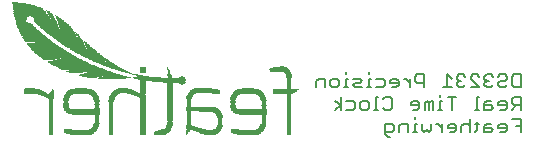
<source format=gbr>
G04 EAGLE Gerber RS-274X export*
G75*
%MOMM*%
%FSLAX34Y34*%
%LPD*%
%INSilkscreen Bottom*%
%IPPOS*%
%AMOC8*
5,1,8,0,0,1.08239X$1,22.5*%
G01*
%ADD10C,0.177800*%
%ADD11R,0.914400X0.025400*%
%ADD12R,0.508000X0.025400*%
%ADD13R,0.889000X0.025400*%
%ADD14R,0.406400X0.025400*%
%ADD15R,1.320800X0.025400*%
%ADD16R,0.736600X0.025400*%
%ADD17R,0.660400X0.025400*%
%ADD18R,1.346200X0.025400*%
%ADD19R,1.625600X0.025400*%
%ADD20R,0.939800X0.025400*%
%ADD21R,0.025400X0.025400*%
%ADD22R,0.863600X0.025400*%
%ADD23R,0.431800X0.025400*%
%ADD24R,1.600200X0.025400*%
%ADD25R,1.854200X0.025400*%
%ADD26R,1.066800X0.025400*%
%ADD27R,0.050800X0.025400*%
%ADD28R,1.828800X0.025400*%
%ADD29R,2.032000X0.025400*%
%ADD30R,1.219200X0.025400*%
%ADD31R,0.076200X0.025400*%
%ADD32R,0.990600X0.025400*%
%ADD33R,2.057400X0.025400*%
%ADD34R,2.209800X0.025400*%
%ADD35R,2.362200X0.025400*%
%ADD36R,1.447800X0.025400*%
%ADD37R,0.101600X0.025400*%
%ADD38R,1.092200X0.025400*%
%ADD39R,2.489200X0.025400*%
%ADD40R,1.574800X0.025400*%
%ADD41R,0.127000X0.025400*%
%ADD42R,1.143000X0.025400*%
%ADD43R,2.565400X0.025400*%
%ADD44R,1.676400X0.025400*%
%ADD45R,0.152400X0.025400*%
%ADD46R,1.168400X0.025400*%
%ADD47R,2.590800X0.025400*%
%ADD48R,1.752600X0.025400*%
%ADD49R,0.177800X0.025400*%
%ADD50R,1.193800X0.025400*%
%ADD51R,2.616200X0.025400*%
%ADD52R,0.203200X0.025400*%
%ADD53R,2.641600X0.025400*%
%ADD54R,1.930400X0.025400*%
%ADD55R,0.228600X0.025400*%
%ADD56R,1.244600X0.025400*%
%ADD57R,2.667000X0.025400*%
%ADD58R,0.254000X0.025400*%
%ADD59R,2.692400X0.025400*%
%ADD60R,2.108200X0.025400*%
%ADD61R,0.279400X0.025400*%
%ADD62R,2.717800X0.025400*%
%ADD63R,1.041400X0.025400*%
%ADD64R,2.743200X0.025400*%
%ADD65R,2.260600X0.025400*%
%ADD66R,0.304800X0.025400*%
%ADD67R,0.838200X0.025400*%
%ADD68R,0.685800X0.025400*%
%ADD69R,1.270000X0.025400*%
%ADD70R,0.330200X0.025400*%
%ADD71R,0.609600X0.025400*%
%ADD72R,0.355600X0.025400*%
%ADD73R,0.762000X0.025400*%
%ADD74R,0.635000X0.025400*%
%ADD75R,0.584200X0.025400*%
%ADD76R,0.381000X0.025400*%
%ADD77R,0.533400X0.025400*%
%ADD78R,0.558800X0.025400*%
%ADD79R,0.482600X0.025400*%
%ADD80R,1.117600X0.025400*%
%ADD81R,0.457200X0.025400*%
%ADD82R,0.787400X0.025400*%
%ADD83R,0.711200X0.025400*%
%ADD84R,2.413000X0.025400*%
%ADD85R,2.438400X0.025400*%
%ADD86R,2.540000X0.025400*%
%ADD87R,2.794000X0.025400*%
%ADD88R,2.819400X0.025400*%
%ADD89R,2.844800X0.025400*%
%ADD90R,2.870200X0.025400*%
%ADD91R,1.016000X0.025400*%
%ADD92R,2.895600X0.025400*%
%ADD93R,1.422400X0.025400*%
%ADD94R,2.921000X0.025400*%
%ADD95R,1.803400X0.025400*%
%ADD96R,2.946400X0.025400*%
%ADD97R,2.971800X0.025400*%
%ADD98R,2.997200X0.025400*%
%ADD99R,3.022600X0.025400*%
%ADD100R,2.768600X0.025400*%
%ADD101R,2.514600X0.025400*%
%ADD102R,2.336800X0.025400*%
%ADD103R,0.965200X0.025400*%
%ADD104R,0.812800X0.025400*%
%ADD105R,1.651000X0.025400*%
%ADD106R,1.701800X0.025400*%
%ADD107R,1.727200X0.025400*%
%ADD108R,2.159000X0.025400*%
%ADD109R,1.778000X0.025400*%
%ADD110R,2.082800X0.025400*%
%ADD111R,2.463800X0.025400*%
%ADD112R,2.006600X0.025400*%
%ADD113R,1.905000X0.025400*%
%ADD114R,2.286000X0.025400*%
%ADD115R,1.955800X0.025400*%
%ADD116R,2.235200X0.025400*%
%ADD117R,1.524000X0.025400*%
%ADD118R,1.981200X0.025400*%
%ADD119R,2.184400X0.025400*%
%ADD120R,1.473200X0.025400*%
%ADD121R,1.397000X0.025400*%
%ADD122R,2.387600X0.025400*%
%ADD123R,1.879600X0.025400*%
%ADD124R,1.295400X0.025400*%
%ADD125R,1.549400X0.025400*%
%ADD126R,1.371600X0.025400*%
%ADD127R,3.200400X0.025400*%
%ADD128R,3.378200X0.025400*%
%ADD129R,3.835400X0.025400*%
%ADD130R,3.987800X0.025400*%
%ADD131R,4.089400X0.025400*%
%ADD132R,4.216400X0.025400*%
%ADD133R,2.311400X0.025400*%
%ADD134R,3.225800X0.025400*%
%ADD135R,3.479800X0.025400*%
%ADD136R,3.454400X0.025400*%
%ADD137R,1.498600X0.025400*%
%ADD138R,3.429000X0.025400*%
%ADD139R,3.403600X0.025400*%
%ADD140R,3.352800X0.025400*%
%ADD141R,3.327400X0.025400*%
%ADD142R,3.302000X0.025400*%
%ADD143R,3.276600X0.025400*%
%ADD144R,3.251200X0.025400*%
%ADD145R,3.175000X0.025400*%
%ADD146R,2.133600X0.025400*%


D10*
X491871Y141360D02*
X491871Y130429D01*
X486405Y130429D01*
X484583Y132251D01*
X484583Y139538D01*
X486405Y141360D01*
X491871Y141360D01*
X474711Y141360D02*
X472890Y139538D01*
X474711Y141360D02*
X478355Y141360D01*
X480177Y139538D01*
X480177Y137717D01*
X478355Y135895D01*
X474711Y135895D01*
X472890Y134073D01*
X472890Y132251D01*
X474711Y130429D01*
X478355Y130429D01*
X480177Y132251D01*
X468483Y139538D02*
X466661Y141360D01*
X463017Y141360D01*
X461196Y139538D01*
X461196Y137717D01*
X463017Y135895D01*
X464839Y135895D01*
X463017Y135895D02*
X461196Y134073D01*
X461196Y132251D01*
X463017Y130429D01*
X466661Y130429D01*
X468483Y132251D01*
X456789Y130429D02*
X449502Y130429D01*
X456789Y130429D02*
X449502Y137717D01*
X449502Y139538D01*
X451323Y141360D01*
X454967Y141360D01*
X456789Y139538D01*
X445095Y139538D02*
X443273Y141360D01*
X439629Y141360D01*
X437808Y139538D01*
X437808Y137717D01*
X439629Y135895D01*
X441451Y135895D01*
X439629Y135895D02*
X437808Y134073D01*
X437808Y132251D01*
X439629Y130429D01*
X443273Y130429D01*
X445095Y132251D01*
X433401Y137717D02*
X429757Y141360D01*
X429757Y130429D01*
X426114Y130429D02*
X433401Y130429D01*
X410013Y130429D02*
X410013Y141360D01*
X404548Y141360D01*
X402726Y139538D01*
X402726Y135895D01*
X404548Y134073D01*
X410013Y134073D01*
X398319Y130429D02*
X398319Y137717D01*
X394676Y137717D02*
X398319Y134073D01*
X394676Y137717D02*
X392854Y137717D01*
X386752Y130429D02*
X383109Y130429D01*
X386752Y130429D02*
X388574Y132251D01*
X388574Y135895D01*
X386752Y137717D01*
X383109Y137717D01*
X381287Y135895D01*
X381287Y134073D01*
X388574Y134073D01*
X375058Y137717D02*
X369593Y137717D01*
X375058Y137717D02*
X376880Y135895D01*
X376880Y132251D01*
X375058Y130429D01*
X369593Y130429D01*
X365186Y137717D02*
X363364Y137717D01*
X363364Y130429D01*
X361543Y130429D02*
X365186Y130429D01*
X363364Y141360D02*
X363364Y143182D01*
X357390Y130429D02*
X351925Y130429D01*
X350103Y132251D01*
X351925Y134073D01*
X355569Y134073D01*
X357390Y135895D01*
X355569Y137717D01*
X350103Y137717D01*
X345696Y137717D02*
X343875Y137717D01*
X343875Y130429D01*
X345696Y130429D02*
X342053Y130429D01*
X343875Y141360D02*
X343875Y143182D01*
X336079Y130429D02*
X332435Y130429D01*
X330613Y132251D01*
X330613Y135895D01*
X332435Y137717D01*
X336079Y137717D01*
X337900Y135895D01*
X337900Y132251D01*
X336079Y130429D01*
X326206Y130429D02*
X326206Y137717D01*
X320741Y137717D01*
X318919Y135895D01*
X318919Y130429D01*
X491871Y122310D02*
X491871Y111379D01*
X491871Y122310D02*
X486405Y122310D01*
X484583Y120488D01*
X484583Y116845D01*
X486405Y115023D01*
X491871Y115023D01*
X488227Y115023D02*
X484583Y111379D01*
X478355Y111379D02*
X474711Y111379D01*
X478355Y111379D02*
X480177Y113201D01*
X480177Y116845D01*
X478355Y118667D01*
X474711Y118667D01*
X472890Y116845D01*
X472890Y115023D01*
X480177Y115023D01*
X466661Y118667D02*
X463017Y118667D01*
X461196Y116845D01*
X461196Y111379D01*
X466661Y111379D01*
X468483Y113201D01*
X466661Y115023D01*
X461196Y115023D01*
X456789Y122310D02*
X454967Y122310D01*
X454967Y111379D01*
X456789Y111379D02*
X453145Y111379D01*
X433655Y111379D02*
X433655Y122310D01*
X430012Y122310D02*
X437299Y122310D01*
X425605Y118667D02*
X423783Y118667D01*
X423783Y111379D01*
X425605Y111379D02*
X421961Y111379D01*
X423783Y122310D02*
X423783Y124132D01*
X417809Y118667D02*
X417809Y111379D01*
X417809Y118667D02*
X415987Y118667D01*
X414165Y116845D01*
X414165Y111379D01*
X414165Y116845D02*
X412344Y118667D01*
X410522Y116845D01*
X410522Y111379D01*
X404293Y111379D02*
X400650Y111379D01*
X404293Y111379D02*
X406115Y113201D01*
X406115Y116845D01*
X404293Y118667D01*
X400650Y118667D01*
X398828Y116845D01*
X398828Y115023D01*
X406115Y115023D01*
X377262Y122310D02*
X375440Y120488D01*
X377262Y122310D02*
X380905Y122310D01*
X382727Y120488D01*
X382727Y113201D01*
X380905Y111379D01*
X377262Y111379D01*
X375440Y113201D01*
X371033Y122310D02*
X369211Y122310D01*
X369211Y111379D01*
X367390Y111379D02*
X371033Y111379D01*
X361416Y111379D02*
X357772Y111379D01*
X355950Y113201D01*
X355950Y116845D01*
X357772Y118667D01*
X361416Y118667D01*
X363237Y116845D01*
X363237Y113201D01*
X361416Y111379D01*
X349722Y118667D02*
X344256Y118667D01*
X349722Y118667D02*
X351543Y116845D01*
X351543Y113201D01*
X349722Y111379D01*
X344256Y111379D01*
X339849Y111379D02*
X339849Y122310D01*
X339849Y115023D02*
X334384Y111379D01*
X339849Y115023D02*
X334384Y118667D01*
X491871Y103260D02*
X491871Y92329D01*
X491871Y103260D02*
X484583Y103260D01*
X488227Y97795D02*
X491871Y97795D01*
X478355Y92329D02*
X474711Y92329D01*
X478355Y92329D02*
X480177Y94151D01*
X480177Y97795D01*
X478355Y99617D01*
X474711Y99617D01*
X472890Y97795D01*
X472890Y95973D01*
X480177Y95973D01*
X466661Y99617D02*
X463017Y99617D01*
X461196Y97795D01*
X461196Y92329D01*
X466661Y92329D01*
X468483Y94151D01*
X466661Y95973D01*
X461196Y95973D01*
X454967Y94151D02*
X454967Y101438D01*
X454967Y94151D02*
X453145Y92329D01*
X453145Y99617D02*
X456789Y99617D01*
X448993Y103260D02*
X448993Y92329D01*
X448993Y97795D02*
X447171Y99617D01*
X443527Y99617D01*
X441706Y97795D01*
X441706Y92329D01*
X435477Y92329D02*
X431834Y92329D01*
X435477Y92329D02*
X437299Y94151D01*
X437299Y97795D01*
X435477Y99617D01*
X431834Y99617D01*
X430012Y97795D01*
X430012Y95973D01*
X437299Y95973D01*
X425605Y92329D02*
X425605Y99617D01*
X425605Y95973D02*
X421961Y99617D01*
X420140Y99617D01*
X415860Y99617D02*
X415860Y94151D01*
X414038Y92329D01*
X412216Y94151D01*
X410395Y92329D01*
X408573Y94151D01*
X408573Y99617D01*
X404166Y99617D02*
X402344Y99617D01*
X402344Y92329D01*
X400523Y92329D02*
X404166Y92329D01*
X402344Y103260D02*
X402344Y105082D01*
X396370Y99617D02*
X396370Y92329D01*
X396370Y99617D02*
X390905Y99617D01*
X389083Y97795D01*
X389083Y92329D01*
X381033Y88685D02*
X379211Y88685D01*
X377389Y90507D01*
X377389Y99617D01*
X382854Y99617D01*
X384676Y97795D01*
X384676Y94151D01*
X382854Y92329D01*
X377389Y92329D01*
D11*
X262509Y89662D03*
D12*
X229489Y89662D03*
D13*
X121158Y89662D03*
D14*
X296037Y89916D03*
D15*
X261747Y89916D03*
D16*
X229362Y89916D03*
D17*
X185547Y89916D03*
D14*
X172085Y89916D03*
X145161Y89916D03*
D18*
X120396Y89916D03*
D14*
X94361Y89916D03*
X296037Y90170D03*
D19*
X261239Y90170D03*
D20*
X229108Y90170D03*
D21*
X209042Y90170D03*
D22*
X186309Y90170D03*
D23*
X171958Y90170D03*
D14*
X145161Y90170D03*
D24*
X119888Y90170D03*
D14*
X94361Y90170D03*
X296037Y90424D03*
D25*
X260858Y90424D03*
D26*
X228981Y90424D03*
D27*
X209169Y90424D03*
D20*
X186690Y90424D03*
D23*
X171958Y90424D03*
D14*
X145161Y90424D03*
D28*
X119507Y90424D03*
D14*
X94361Y90424D03*
X296037Y90678D03*
D29*
X260477Y90678D03*
D30*
X228727Y90678D03*
D31*
X209296Y90678D03*
D32*
X186944Y90678D03*
D23*
X171958Y90678D03*
D14*
X145161Y90678D03*
D33*
X119126Y90678D03*
D14*
X94361Y90678D03*
X296037Y90932D03*
D34*
X260096Y90932D03*
D18*
X228600Y90932D03*
D31*
X209296Y90932D03*
D26*
X187325Y90932D03*
D23*
X171958Y90932D03*
D14*
X145161Y90932D03*
D34*
X118872Y90932D03*
D14*
X94361Y90932D03*
X296037Y91186D03*
D35*
X259842Y91186D03*
D36*
X228346Y91186D03*
D37*
X209423Y91186D03*
D38*
X187452Y91186D03*
D23*
X171958Y91186D03*
D14*
X145161Y91186D03*
D35*
X118618Y91186D03*
D14*
X94361Y91186D03*
X296037Y91440D03*
D39*
X259715Y91440D03*
D40*
X228219Y91440D03*
D41*
X209550Y91440D03*
D42*
X187706Y91440D03*
D23*
X171958Y91440D03*
D14*
X145161Y91440D03*
D39*
X118237Y91440D03*
D14*
X94361Y91440D03*
X296037Y91694D03*
D43*
X259588Y91694D03*
D44*
X227965Y91694D03*
D45*
X209677Y91694D03*
D46*
X187833Y91694D03*
D23*
X171958Y91694D03*
D14*
X145161Y91694D03*
D43*
X118110Y91694D03*
D14*
X94361Y91694D03*
X296037Y91948D03*
D47*
X259715Y91948D03*
D48*
X227838Y91948D03*
D49*
X209804Y91948D03*
D50*
X187960Y91948D03*
D23*
X171958Y91948D03*
D14*
X145161Y91948D03*
D51*
X118364Y91948D03*
D14*
X94361Y91948D03*
X296037Y92202D03*
D51*
X259842Y92202D03*
D25*
X227584Y92202D03*
D52*
X209931Y92202D03*
D30*
X188087Y92202D03*
D23*
X171958Y92202D03*
D14*
X145161Y92202D03*
D53*
X118491Y92202D03*
D14*
X94361Y92202D03*
X296037Y92456D03*
D53*
X259969Y92456D03*
D54*
X227457Y92456D03*
D55*
X210058Y92456D03*
D56*
X188214Y92456D03*
D23*
X171958Y92456D03*
D14*
X145161Y92456D03*
D57*
X118618Y92456D03*
D14*
X94361Y92456D03*
X296037Y92710D03*
D57*
X260096Y92710D03*
D29*
X227203Y92710D03*
D58*
X210185Y92710D03*
D56*
X188468Y92710D03*
D23*
X171958Y92710D03*
D14*
X145161Y92710D03*
D59*
X118745Y92710D03*
D14*
X94361Y92710D03*
X296037Y92964D03*
D59*
X260223Y92964D03*
D60*
X227076Y92964D03*
D61*
X210312Y92964D03*
D46*
X189103Y92964D03*
D23*
X171958Y92964D03*
D14*
X145161Y92964D03*
D59*
X118745Y92964D03*
D14*
X94361Y92964D03*
X296037Y93218D03*
D62*
X260350Y93218D03*
D34*
X226822Y93218D03*
D61*
X210312Y93218D03*
D63*
X189738Y93218D03*
D23*
X171958Y93218D03*
D14*
X145161Y93218D03*
D62*
X118872Y93218D03*
D14*
X94361Y93218D03*
X296037Y93472D03*
D64*
X260477Y93472D03*
D65*
X226568Y93472D03*
D66*
X210439Y93472D03*
D20*
X190500Y93472D03*
D23*
X171958Y93472D03*
D14*
X145161Y93472D03*
D64*
X118999Y93472D03*
D14*
X94361Y93472D03*
X296037Y93726D03*
D67*
X270002Y93726D03*
D42*
X252476Y93726D03*
D68*
X234696Y93726D03*
D69*
X221107Y93726D03*
D70*
X210566Y93726D03*
D22*
X191135Y93726D03*
D23*
X171958Y93726D03*
D14*
X145161Y93726D03*
D67*
X128778Y93726D03*
D46*
X111125Y93726D03*
D14*
X94361Y93726D03*
X296037Y93980D03*
D68*
X271018Y93980D03*
D71*
X249809Y93980D03*
X235077Y93980D03*
D42*
X219964Y93980D03*
D72*
X210693Y93980D03*
D73*
X191643Y93980D03*
D23*
X171958Y93980D03*
D14*
X145161Y93980D03*
D68*
X129540Y93980D03*
D71*
X108331Y93980D03*
D14*
X94361Y93980D03*
X296037Y94234D03*
D74*
X271526Y94234D03*
D66*
X248285Y94234D03*
D75*
X235458Y94234D03*
D26*
X219075Y94234D03*
D76*
X210820Y94234D03*
D17*
X192405Y94234D03*
D23*
X171958Y94234D03*
D14*
X145161Y94234D03*
D74*
X130048Y94234D03*
D70*
X106934Y94234D03*
D14*
X94361Y94234D03*
X296037Y94488D03*
D75*
X271780Y94488D03*
D37*
X247269Y94488D03*
D77*
X235712Y94488D03*
D32*
X218186Y94488D03*
D14*
X210947Y94488D03*
D71*
X192659Y94488D03*
D23*
X171958Y94488D03*
D14*
X145161Y94488D03*
D75*
X130302Y94488D03*
D37*
X105791Y94488D03*
D14*
X94361Y94488D03*
X296037Y94742D03*
D78*
X272161Y94742D03*
D12*
X236093Y94742D03*
D15*
X215519Y94742D03*
D75*
X193040Y94742D03*
D23*
X171958Y94742D03*
D14*
X145161Y94742D03*
D78*
X130683Y94742D03*
D14*
X94361Y94742D03*
X296037Y94996D03*
D77*
X272288Y94996D03*
D79*
X236220Y94996D03*
D30*
X215011Y94996D03*
D77*
X193294Y94996D03*
D23*
X171958Y94996D03*
D14*
X145161Y94996D03*
D12*
X130937Y94996D03*
D14*
X94361Y94996D03*
X296037Y95250D03*
D77*
X272542Y95250D03*
D79*
X236474Y95250D03*
D80*
X214503Y95250D03*
D77*
X193548Y95250D03*
D23*
X171958Y95250D03*
D14*
X145161Y95250D03*
D12*
X131191Y95250D03*
D14*
X94361Y95250D03*
X296037Y95504D03*
D12*
X272669Y95504D03*
D79*
X236474Y95504D03*
D63*
X214122Y95504D03*
D12*
X193675Y95504D03*
D23*
X171958Y95504D03*
D14*
X145161Y95504D03*
D79*
X131318Y95504D03*
D14*
X94361Y95504D03*
X296037Y95758D03*
D79*
X272796Y95758D03*
D81*
X236601Y95758D03*
D20*
X213614Y95758D03*
D79*
X193802Y95758D03*
D23*
X171958Y95758D03*
D14*
X145161Y95758D03*
D79*
X131572Y95758D03*
D14*
X94361Y95758D03*
X296037Y96012D03*
D79*
X273050Y96012D03*
D81*
X236855Y96012D03*
D22*
X213233Y96012D03*
D79*
X194056Y96012D03*
D23*
X171958Y96012D03*
D14*
X145161Y96012D03*
D81*
X131699Y96012D03*
D14*
X94361Y96012D03*
X296037Y96266D03*
D81*
X273177Y96266D03*
X236855Y96266D03*
D82*
X212852Y96266D03*
D81*
X194183Y96266D03*
D23*
X171958Y96266D03*
D14*
X145161Y96266D03*
D81*
X131699Y96266D03*
D14*
X94361Y96266D03*
X296037Y96520D03*
D23*
X273304Y96520D03*
X236982Y96520D03*
D83*
X212471Y96520D03*
D81*
X194183Y96520D03*
D23*
X171958Y96520D03*
D14*
X145161Y96520D03*
D81*
X131953Y96520D03*
D14*
X94361Y96520D03*
X296037Y96774D03*
D81*
X273431Y96774D03*
D23*
X236982Y96774D03*
D74*
X212090Y96774D03*
D81*
X194437Y96774D03*
D23*
X171958Y96774D03*
D14*
X145161Y96774D03*
D23*
X132080Y96774D03*
D14*
X94361Y96774D03*
X296037Y97028D03*
D23*
X273558Y97028D03*
X237236Y97028D03*
D78*
X211709Y97028D03*
D81*
X194437Y97028D03*
D23*
X171958Y97028D03*
D14*
X145161Y97028D03*
D23*
X132080Y97028D03*
D14*
X94361Y97028D03*
X296037Y97282D03*
D23*
X273558Y97282D03*
X237236Y97282D03*
D79*
X211328Y97282D03*
D23*
X194564Y97282D03*
X171958Y97282D03*
D14*
X145161Y97282D03*
D23*
X132334Y97282D03*
D14*
X94361Y97282D03*
X296037Y97536D03*
D23*
X273812Y97536D03*
X237236Y97536D03*
D14*
X210947Y97536D03*
D23*
X194564Y97536D03*
X171958Y97536D03*
D14*
X145161Y97536D03*
D23*
X132334Y97536D03*
D14*
X94361Y97536D03*
X296037Y97790D03*
D23*
X273812Y97790D03*
X237236Y97790D03*
D14*
X210947Y97790D03*
D81*
X194691Y97790D03*
D23*
X171958Y97790D03*
D14*
X145161Y97790D03*
X132461Y97790D03*
X94361Y97790D03*
X296037Y98044D03*
X273939Y98044D03*
X237363Y98044D03*
X210947Y98044D03*
D23*
X194818Y98044D03*
X171958Y98044D03*
D14*
X145161Y98044D03*
D23*
X132588Y98044D03*
D14*
X94361Y98044D03*
X296037Y98298D03*
X273939Y98298D03*
X237363Y98298D03*
X210947Y98298D03*
D23*
X194818Y98298D03*
X171958Y98298D03*
D14*
X145161Y98298D03*
D23*
X132588Y98298D03*
D14*
X94361Y98298D03*
X296037Y98552D03*
D23*
X274066Y98552D03*
D14*
X237363Y98552D03*
X210947Y98552D03*
D23*
X194818Y98552D03*
X171958Y98552D03*
D14*
X145161Y98552D03*
X132715Y98552D03*
X94361Y98552D03*
X296037Y98806D03*
X274193Y98806D03*
X237363Y98806D03*
X210947Y98806D03*
X194945Y98806D03*
D23*
X171958Y98806D03*
D14*
X145161Y98806D03*
X132715Y98806D03*
X94361Y98806D03*
X296037Y99060D03*
X274193Y99060D03*
X237363Y99060D03*
X210947Y99060D03*
X194945Y99060D03*
D23*
X171958Y99060D03*
D14*
X145161Y99060D03*
X132715Y99060D03*
X94361Y99060D03*
X296037Y99314D03*
X274193Y99314D03*
X237363Y99314D03*
X210947Y99314D03*
D23*
X195072Y99314D03*
X171958Y99314D03*
D14*
X145161Y99314D03*
D23*
X132842Y99314D03*
D14*
X94361Y99314D03*
X296037Y99568D03*
X274193Y99568D03*
X237363Y99568D03*
X210947Y99568D03*
D23*
X195072Y99568D03*
X171958Y99568D03*
D14*
X145161Y99568D03*
X132969Y99568D03*
X94361Y99568D03*
X296037Y99822D03*
X274447Y99822D03*
X237363Y99822D03*
X210947Y99822D03*
D23*
X195072Y99822D03*
X171958Y99822D03*
D14*
X145161Y99822D03*
X132969Y99822D03*
X94361Y99822D03*
X296037Y100076D03*
X274447Y100076D03*
X237363Y100076D03*
X210947Y100076D03*
D23*
X195072Y100076D03*
X171958Y100076D03*
D14*
X145161Y100076D03*
X132969Y100076D03*
X94361Y100076D03*
X296037Y100330D03*
X274447Y100330D03*
X237363Y100330D03*
X210947Y100330D03*
X195199Y100330D03*
D23*
X171958Y100330D03*
D14*
X145161Y100330D03*
X132969Y100330D03*
X94361Y100330D03*
X296037Y100584D03*
X274447Y100584D03*
X237363Y100584D03*
X210947Y100584D03*
X195199Y100584D03*
D23*
X171958Y100584D03*
D14*
X145161Y100584D03*
X133223Y100584D03*
X94361Y100584D03*
X296037Y100838D03*
X274447Y100838D03*
X237363Y100838D03*
X210947Y100838D03*
X195199Y100838D03*
D23*
X171958Y100838D03*
D14*
X145161Y100838D03*
X133223Y100838D03*
X94361Y100838D03*
X296037Y101092D03*
X274447Y101092D03*
X237363Y101092D03*
X210947Y101092D03*
X195199Y101092D03*
D23*
X171958Y101092D03*
D14*
X145161Y101092D03*
X133223Y101092D03*
X94361Y101092D03*
X296037Y101346D03*
X274701Y101346D03*
X237363Y101346D03*
X210947Y101346D03*
X195199Y101346D03*
D23*
X171958Y101346D03*
D14*
X145161Y101346D03*
X133223Y101346D03*
X94361Y101346D03*
X296037Y101600D03*
X274701Y101600D03*
X237363Y101600D03*
X210947Y101600D03*
D23*
X195326Y101600D03*
X171958Y101600D03*
D14*
X145161Y101600D03*
X133223Y101600D03*
X94361Y101600D03*
X296037Y101854D03*
X274701Y101854D03*
X237363Y101854D03*
X210947Y101854D03*
D23*
X195326Y101854D03*
X171958Y101854D03*
D14*
X145161Y101854D03*
X133223Y101854D03*
X94361Y101854D03*
X296037Y102108D03*
X274701Y102108D03*
X237363Y102108D03*
X210947Y102108D03*
D23*
X195326Y102108D03*
X171958Y102108D03*
D14*
X145161Y102108D03*
X133223Y102108D03*
X94361Y102108D03*
X296037Y102362D03*
X274701Y102362D03*
X237363Y102362D03*
X210947Y102362D03*
D23*
X195326Y102362D03*
X171958Y102362D03*
D14*
X145161Y102362D03*
X133223Y102362D03*
X94361Y102362D03*
X296037Y102616D03*
X274701Y102616D03*
X237363Y102616D03*
X210947Y102616D03*
D23*
X195326Y102616D03*
X171958Y102616D03*
D14*
X145161Y102616D03*
X133477Y102616D03*
X94361Y102616D03*
X296037Y102870D03*
X274701Y102870D03*
X237363Y102870D03*
X210947Y102870D03*
D23*
X195326Y102870D03*
X171958Y102870D03*
D14*
X145161Y102870D03*
X133477Y102870D03*
X94361Y102870D03*
X296037Y103124D03*
X274701Y103124D03*
X237363Y103124D03*
X210947Y103124D03*
D23*
X195326Y103124D03*
X171958Y103124D03*
D14*
X145161Y103124D03*
X133477Y103124D03*
X94361Y103124D03*
X296037Y103378D03*
X274701Y103378D03*
X237363Y103378D03*
X210947Y103378D03*
D23*
X195326Y103378D03*
X171958Y103378D03*
D14*
X145161Y103378D03*
X133477Y103378D03*
X94361Y103378D03*
X296037Y103632D03*
X274701Y103632D03*
X237363Y103632D03*
X210947Y103632D03*
D23*
X195326Y103632D03*
X171958Y103632D03*
D14*
X145161Y103632D03*
X133477Y103632D03*
X94361Y103632D03*
X296037Y103886D03*
X274955Y103886D03*
X237363Y103886D03*
X210947Y103886D03*
D23*
X195326Y103886D03*
X171958Y103886D03*
D14*
X145161Y103886D03*
X133477Y103886D03*
X94361Y103886D03*
X296037Y104140D03*
X274955Y104140D03*
X237363Y104140D03*
X210947Y104140D03*
D23*
X195326Y104140D03*
X171958Y104140D03*
D14*
X145161Y104140D03*
X133477Y104140D03*
X94361Y104140D03*
X296037Y104394D03*
X274955Y104394D03*
X237363Y104394D03*
X210947Y104394D03*
D23*
X195326Y104394D03*
X171958Y104394D03*
D14*
X145161Y104394D03*
X133477Y104394D03*
X94361Y104394D03*
X296037Y104648D03*
X274955Y104648D03*
D23*
X237236Y104648D03*
D14*
X210947Y104648D03*
D23*
X195326Y104648D03*
X171958Y104648D03*
D14*
X145161Y104648D03*
X133477Y104648D03*
X94361Y104648D03*
X296037Y104902D03*
X274955Y104902D03*
D23*
X237236Y104902D03*
D14*
X210947Y104902D03*
D23*
X195326Y104902D03*
X171958Y104902D03*
D14*
X145161Y104902D03*
X133477Y104902D03*
X94361Y104902D03*
X296037Y105156D03*
X274955Y105156D03*
D23*
X237236Y105156D03*
D14*
X210947Y105156D03*
D23*
X195326Y105156D03*
X171958Y105156D03*
D14*
X145161Y105156D03*
X133477Y105156D03*
X94361Y105156D03*
X296037Y105410D03*
X274955Y105410D03*
D23*
X237236Y105410D03*
D14*
X210947Y105410D03*
D23*
X195326Y105410D03*
X171958Y105410D03*
D14*
X145161Y105410D03*
X133477Y105410D03*
X94361Y105410D03*
X296037Y105664D03*
X274955Y105664D03*
D81*
X237109Y105664D03*
D14*
X210947Y105664D03*
D23*
X195326Y105664D03*
X171958Y105664D03*
D14*
X145161Y105664D03*
X133477Y105664D03*
X94361Y105664D03*
X296037Y105918D03*
X274955Y105918D03*
D23*
X236982Y105918D03*
D14*
X210947Y105918D03*
D23*
X195326Y105918D03*
X171958Y105918D03*
D14*
X145161Y105918D03*
X133477Y105918D03*
X94361Y105918D03*
X296037Y106172D03*
X274955Y106172D03*
D23*
X236982Y106172D03*
D14*
X210947Y106172D03*
D23*
X195326Y106172D03*
X171958Y106172D03*
D14*
X145161Y106172D03*
X133477Y106172D03*
X94361Y106172D03*
X296037Y106426D03*
X274955Y106426D03*
D81*
X236855Y106426D03*
D14*
X210947Y106426D03*
D23*
X195326Y106426D03*
X171958Y106426D03*
D14*
X145161Y106426D03*
X133477Y106426D03*
X94361Y106426D03*
X296037Y106680D03*
X274955Y106680D03*
D79*
X236728Y106680D03*
D14*
X210947Y106680D03*
D23*
X195326Y106680D03*
X171958Y106680D03*
D14*
X145161Y106680D03*
X133477Y106680D03*
X94361Y106680D03*
X296037Y106934D03*
X274955Y106934D03*
D81*
X236601Y106934D03*
D14*
X210947Y106934D03*
D23*
X195326Y106934D03*
X171958Y106934D03*
D14*
X145161Y106934D03*
D23*
X133604Y106934D03*
D14*
X94361Y106934D03*
X296037Y107188D03*
D84*
X264922Y107188D03*
D79*
X236474Y107188D03*
D14*
X210947Y107188D03*
D23*
X195326Y107188D03*
X171958Y107188D03*
D14*
X145161Y107188D03*
D85*
X123571Y107188D03*
D14*
X94361Y107188D03*
X296037Y107442D03*
D86*
X264287Y107442D03*
D12*
X236347Y107442D03*
D14*
X210947Y107442D03*
D23*
X195326Y107442D03*
X171958Y107442D03*
D14*
X145161Y107442D03*
D86*
X123063Y107442D03*
D14*
X94361Y107442D03*
X296037Y107696D03*
D51*
X263906Y107696D03*
D12*
X236093Y107696D03*
D14*
X210947Y107696D03*
D23*
X195326Y107696D03*
X171958Y107696D03*
D14*
X145161Y107696D03*
D53*
X122555Y107696D03*
D14*
X94361Y107696D03*
X296037Y107950D03*
D59*
X263525Y107950D03*
D77*
X235966Y107950D03*
D14*
X210947Y107950D03*
D23*
X195326Y107950D03*
X171958Y107950D03*
D14*
X145161Y107950D03*
D59*
X122301Y107950D03*
D14*
X94361Y107950D03*
X296037Y108204D03*
D64*
X263271Y108204D03*
D75*
X235712Y108204D03*
D14*
X210947Y108204D03*
D23*
X195326Y108204D03*
X171958Y108204D03*
D14*
X145161Y108204D03*
D64*
X122047Y108204D03*
D14*
X94361Y108204D03*
X296037Y108458D03*
D87*
X263017Y108458D03*
D75*
X235458Y108458D03*
D14*
X210947Y108458D03*
D23*
X195326Y108458D03*
X171958Y108458D03*
D14*
X145161Y108458D03*
D87*
X121793Y108458D03*
D14*
X94361Y108458D03*
X296037Y108712D03*
D88*
X262890Y108712D03*
D17*
X235077Y108712D03*
D14*
X210947Y108712D03*
D23*
X195326Y108712D03*
X171958Y108712D03*
D14*
X145161Y108712D03*
D89*
X121539Y108712D03*
D14*
X94361Y108712D03*
X296037Y108966D03*
D89*
X262763Y108966D03*
D16*
X234442Y108966D03*
D14*
X210947Y108966D03*
D23*
X195326Y108966D03*
X171958Y108966D03*
D14*
X145161Y108966D03*
D90*
X121412Y108966D03*
D14*
X94361Y108966D03*
X296037Y109220D03*
D90*
X262636Y109220D03*
D91*
X232791Y109220D03*
D14*
X210947Y109220D03*
D23*
X195326Y109220D03*
X171958Y109220D03*
D14*
X145161Y109220D03*
D92*
X121285Y109220D03*
D14*
X94361Y109220D03*
X296037Y109474D03*
D92*
X262509Y109474D03*
D93*
X230759Y109474D03*
D14*
X210947Y109474D03*
D23*
X195326Y109474D03*
X171958Y109474D03*
D14*
X145161Y109474D03*
D94*
X121158Y109474D03*
D14*
X94361Y109474D03*
X296037Y109728D03*
D94*
X262382Y109728D03*
D95*
X228600Y109728D03*
D14*
X210947Y109728D03*
D23*
X195326Y109728D03*
X171958Y109728D03*
D14*
X145161Y109728D03*
D96*
X121031Y109728D03*
D14*
X94361Y109728D03*
X296037Y109982D03*
D96*
X262255Y109982D03*
D34*
X226314Y109982D03*
D14*
X210947Y109982D03*
D23*
X195326Y109982D03*
X171958Y109982D03*
D14*
X145161Y109982D03*
D97*
X120904Y109982D03*
D14*
X94361Y109982D03*
X296037Y110236D03*
D97*
X262128Y110236D03*
D89*
X223139Y110236D03*
D23*
X195326Y110236D03*
X171958Y110236D03*
D14*
X145161Y110236D03*
D98*
X120777Y110236D03*
D14*
X94361Y110236D03*
X296037Y110490D03*
D98*
X262001Y110490D03*
D88*
X223012Y110490D03*
D23*
X195326Y110490D03*
X171958Y110490D03*
D14*
X145161Y110490D03*
D98*
X120777Y110490D03*
D14*
X94361Y110490D03*
X296037Y110744D03*
D98*
X262001Y110744D03*
D87*
X222885Y110744D03*
D23*
X195326Y110744D03*
X171958Y110744D03*
D14*
X145161Y110744D03*
D99*
X120650Y110744D03*
D14*
X94361Y110744D03*
X296037Y110998D03*
D99*
X261874Y110998D03*
D100*
X222758Y110998D03*
D23*
X195326Y110998D03*
X171958Y110998D03*
D14*
X145161Y110998D03*
D99*
X120650Y110998D03*
D14*
X94361Y110998D03*
X296037Y111252D03*
X274955Y111252D03*
D17*
X250063Y111252D03*
D62*
X222504Y111252D03*
D23*
X195326Y111252D03*
X171958Y111252D03*
D14*
X145161Y111252D03*
D23*
X133604Y111252D03*
D68*
X108712Y111252D03*
D14*
X94361Y111252D03*
X296037Y111506D03*
X274955Y111506D03*
D75*
X249682Y111506D03*
D59*
X222377Y111506D03*
D23*
X195326Y111506D03*
X171958Y111506D03*
D14*
X145161Y111506D03*
D23*
X133604Y111506D03*
D75*
X108204Y111506D03*
D14*
X94361Y111506D03*
X296037Y111760D03*
X274955Y111760D03*
D78*
X249301Y111760D03*
D57*
X222250Y111760D03*
D23*
X195326Y111760D03*
X171958Y111760D03*
D14*
X145161Y111760D03*
D23*
X133604Y111760D03*
D77*
X107950Y111760D03*
D14*
X94361Y111760D03*
X296037Y112014D03*
X274955Y112014D03*
D12*
X249047Y112014D03*
D51*
X221996Y112014D03*
D23*
X195326Y112014D03*
X171958Y112014D03*
D14*
X145161Y112014D03*
X133477Y112014D03*
D12*
X107569Y112014D03*
D14*
X94361Y112014D03*
X296037Y112268D03*
X274955Y112268D03*
D79*
X248920Y112268D03*
D43*
X221742Y112268D03*
D23*
X195326Y112268D03*
X171958Y112268D03*
D14*
X145161Y112268D03*
X133477Y112268D03*
D79*
X107442Y112268D03*
D14*
X94361Y112268D03*
X296037Y112522D03*
X274955Y112522D03*
D79*
X248666Y112522D03*
D101*
X221488Y112522D03*
D23*
X195326Y112522D03*
X171958Y112522D03*
D14*
X145161Y112522D03*
X133477Y112522D03*
D81*
X107315Y112522D03*
D14*
X94361Y112522D03*
X296037Y112776D03*
X274955Y112776D03*
D81*
X248539Y112776D03*
D85*
X221107Y112776D03*
D23*
X195326Y112776D03*
X171958Y112776D03*
D14*
X145161Y112776D03*
X133477Y112776D03*
D81*
X107061Y112776D03*
D14*
X94361Y112776D03*
X296037Y113030D03*
X274955Y113030D03*
D23*
X248412Y113030D03*
D102*
X220599Y113030D03*
D23*
X195326Y113030D03*
X171958Y113030D03*
D14*
X145161Y113030D03*
X133477Y113030D03*
D81*
X107061Y113030D03*
D14*
X94361Y113030D03*
X296037Y113284D03*
X274955Y113284D03*
D23*
X248412Y113284D03*
D14*
X210947Y113284D03*
D23*
X195326Y113284D03*
X171958Y113284D03*
D14*
X145161Y113284D03*
X133477Y113284D03*
D23*
X106934Y113284D03*
D14*
X94361Y113284D03*
X296037Y113538D03*
X274955Y113538D03*
D23*
X248158Y113538D03*
D14*
X210947Y113538D03*
D23*
X195326Y113538D03*
X171958Y113538D03*
D14*
X145161Y113538D03*
X133477Y113538D03*
D23*
X106934Y113538D03*
D14*
X94361Y113538D03*
X296037Y113792D03*
X274955Y113792D03*
D23*
X248158Y113792D03*
D14*
X210947Y113792D03*
D23*
X195326Y113792D03*
X171958Y113792D03*
D14*
X145161Y113792D03*
X133477Y113792D03*
X106807Y113792D03*
X94361Y113792D03*
X296037Y114046D03*
X274955Y114046D03*
D23*
X248158Y114046D03*
D14*
X210947Y114046D03*
D23*
X195326Y114046D03*
X171958Y114046D03*
D14*
X145161Y114046D03*
X133477Y114046D03*
X106807Y114046D03*
X94361Y114046D03*
X296037Y114300D03*
X274955Y114300D03*
D23*
X248158Y114300D03*
D14*
X210947Y114300D03*
D23*
X195326Y114300D03*
X171958Y114300D03*
D14*
X145161Y114300D03*
X133477Y114300D03*
X106807Y114300D03*
X94361Y114300D03*
X296037Y114554D03*
D23*
X274828Y114554D03*
X248158Y114554D03*
D14*
X210947Y114554D03*
D23*
X195326Y114554D03*
X171958Y114554D03*
D14*
X145161Y114554D03*
X133477Y114554D03*
D23*
X106680Y114554D03*
D14*
X94361Y114554D03*
X296037Y114808D03*
D23*
X274828Y114808D03*
D14*
X248031Y114808D03*
X210947Y114808D03*
D23*
X195326Y114808D03*
X171958Y114808D03*
D14*
X145161Y114808D03*
X133477Y114808D03*
D23*
X106680Y114808D03*
D14*
X94361Y114808D03*
X296037Y115062D03*
X274701Y115062D03*
X248031Y115062D03*
X210947Y115062D03*
D23*
X195326Y115062D03*
X171958Y115062D03*
D14*
X145161Y115062D03*
X133477Y115062D03*
D23*
X106680Y115062D03*
D14*
X94361Y115062D03*
X296037Y115316D03*
X274701Y115316D03*
X248031Y115316D03*
X210947Y115316D03*
D23*
X195326Y115316D03*
X171958Y115316D03*
D14*
X145161Y115316D03*
X133477Y115316D03*
D23*
X106680Y115316D03*
D14*
X94361Y115316D03*
X296037Y115570D03*
X274701Y115570D03*
X248031Y115570D03*
X210947Y115570D03*
D23*
X195326Y115570D03*
X171958Y115570D03*
D14*
X145161Y115570D03*
X133477Y115570D03*
D23*
X106680Y115570D03*
D14*
X94361Y115570D03*
X296037Y115824D03*
X274701Y115824D03*
X248031Y115824D03*
X210947Y115824D03*
D23*
X195326Y115824D03*
X171958Y115824D03*
D14*
X145161Y115824D03*
D23*
X133350Y115824D03*
X106680Y115824D03*
D14*
X94361Y115824D03*
X296037Y116078D03*
X274701Y116078D03*
X248031Y116078D03*
X210947Y116078D03*
D23*
X195326Y116078D03*
X171958Y116078D03*
D14*
X145161Y116078D03*
X133223Y116078D03*
D23*
X106680Y116078D03*
D14*
X94361Y116078D03*
X296037Y116332D03*
X274701Y116332D03*
X248031Y116332D03*
X210947Y116332D03*
D23*
X195326Y116332D03*
X171958Y116332D03*
D14*
X145161Y116332D03*
X133223Y116332D03*
D23*
X106680Y116332D03*
D14*
X94361Y116332D03*
X296037Y116586D03*
X274701Y116586D03*
X248031Y116586D03*
X210947Y116586D03*
D23*
X195326Y116586D03*
X171958Y116586D03*
D14*
X145161Y116586D03*
X133223Y116586D03*
D23*
X106680Y116586D03*
D14*
X94361Y116586D03*
X296037Y116840D03*
X274701Y116840D03*
D23*
X248158Y116840D03*
D14*
X210947Y116840D03*
D23*
X195326Y116840D03*
X171958Y116840D03*
D14*
X145161Y116840D03*
X133223Y116840D03*
X106807Y116840D03*
X94361Y116840D03*
X296037Y117094D03*
X274701Y117094D03*
D23*
X248158Y117094D03*
D14*
X210947Y117094D03*
D23*
X195326Y117094D03*
X171958Y117094D03*
D14*
X145161Y117094D03*
X133223Y117094D03*
X106807Y117094D03*
X94361Y117094D03*
X296037Y117348D03*
X274447Y117348D03*
D23*
X248158Y117348D03*
D14*
X210947Y117348D03*
D23*
X195326Y117348D03*
X171958Y117348D03*
D14*
X145161Y117348D03*
X133223Y117348D03*
X106807Y117348D03*
X94361Y117348D03*
X296037Y117602D03*
X274447Y117602D03*
D23*
X248158Y117602D03*
D14*
X210947Y117602D03*
D23*
X195326Y117602D03*
X171958Y117602D03*
D14*
X145161Y117602D03*
X133223Y117602D03*
X106807Y117602D03*
X94361Y117602D03*
X296037Y117856D03*
X274447Y117856D03*
D23*
X248158Y117856D03*
D14*
X210947Y117856D03*
D23*
X195326Y117856D03*
X171958Y117856D03*
D14*
X145161Y117856D03*
D23*
X133096Y117856D03*
D14*
X106807Y117856D03*
X94361Y117856D03*
X296037Y118110D03*
X274447Y118110D03*
D23*
X248158Y118110D03*
D14*
X210947Y118110D03*
D23*
X195326Y118110D03*
X171958Y118110D03*
D14*
X145161Y118110D03*
X132969Y118110D03*
X106807Y118110D03*
X94361Y118110D03*
X296037Y118364D03*
X274447Y118364D03*
X248285Y118364D03*
X210947Y118364D03*
D23*
X195326Y118364D03*
X171958Y118364D03*
X145288Y118364D03*
D14*
X132969Y118364D03*
X106807Y118364D03*
X94361Y118364D03*
X296037Y118618D03*
D23*
X274320Y118618D03*
D14*
X248285Y118618D03*
X210947Y118618D03*
D23*
X195326Y118618D03*
X171958Y118618D03*
X145288Y118618D03*
D14*
X132969Y118618D03*
X106807Y118618D03*
X94361Y118618D03*
X296037Y118872D03*
X274193Y118872D03*
X248285Y118872D03*
X210947Y118872D03*
D23*
X195326Y118872D03*
X171958Y118872D03*
X145288Y118872D03*
D14*
X132969Y118872D03*
D23*
X106934Y118872D03*
D14*
X94361Y118872D03*
X296037Y119126D03*
X274193Y119126D03*
X248285Y119126D03*
X210947Y119126D03*
D23*
X195326Y119126D03*
X171958Y119126D03*
X145288Y119126D03*
X132842Y119126D03*
X106934Y119126D03*
D14*
X94361Y119126D03*
X296037Y119380D03*
X274193Y119380D03*
X248285Y119380D03*
X210947Y119380D03*
D23*
X195326Y119380D03*
X171958Y119380D03*
D14*
X145415Y119380D03*
X132715Y119380D03*
D23*
X106934Y119380D03*
D14*
X94361Y119380D03*
X296037Y119634D03*
D23*
X274066Y119634D03*
X248412Y119634D03*
D14*
X210947Y119634D03*
D23*
X195326Y119634D03*
X171958Y119634D03*
D14*
X145415Y119634D03*
X132715Y119634D03*
X107061Y119634D03*
X94361Y119634D03*
X296037Y119888D03*
D23*
X274066Y119888D03*
X248412Y119888D03*
D14*
X210947Y119888D03*
D23*
X195326Y119888D03*
X171958Y119888D03*
X145542Y119888D03*
X132588Y119888D03*
D14*
X107061Y119888D03*
X94361Y119888D03*
X296037Y120142D03*
X273939Y120142D03*
D23*
X248412Y120142D03*
X211074Y120142D03*
X195326Y120142D03*
X171958Y120142D03*
X145542Y120142D03*
X132588Y120142D03*
D14*
X107061Y120142D03*
X94361Y120142D03*
X296037Y120396D03*
D23*
X273812Y120396D03*
D14*
X248539Y120396D03*
D23*
X211074Y120396D03*
X195326Y120396D03*
X171958Y120396D03*
D14*
X145669Y120396D03*
X132461Y120396D03*
D23*
X107188Y120396D03*
D14*
X94361Y120396D03*
X296037Y120650D03*
D23*
X273812Y120650D03*
X248666Y120650D03*
X211074Y120650D03*
X195326Y120650D03*
X171958Y120650D03*
X145796Y120650D03*
X132334Y120650D03*
X107188Y120650D03*
D81*
X94107Y120650D03*
D14*
X296037Y120904D03*
D23*
X273558Y120904D03*
X248666Y120904D03*
D14*
X211201Y120904D03*
D23*
X195326Y120904D03*
X171958Y120904D03*
X145796Y120904D03*
X132334Y120904D03*
X107188Y120904D03*
D12*
X93853Y120904D03*
D14*
X296037Y121158D03*
D23*
X273558Y121158D03*
X248666Y121158D03*
X211328Y121158D03*
X195326Y121158D03*
D81*
X171831Y121158D03*
X145923Y121158D03*
X132207Y121158D03*
D23*
X107442Y121158D03*
D78*
X93599Y121158D03*
D14*
X296037Y121412D03*
D81*
X273431Y121412D03*
X248793Y121412D03*
D23*
X211328Y121412D03*
X195326Y121412D03*
D12*
X171577Y121412D03*
D23*
X146050Y121412D03*
X132080Y121412D03*
X107442Y121412D03*
D71*
X93345Y121412D03*
D14*
X296037Y121666D03*
D81*
X273431Y121666D03*
D23*
X248920Y121666D03*
X211328Y121666D03*
X195326Y121666D03*
D78*
X171323Y121666D03*
D81*
X146177Y121666D03*
X131953Y121666D03*
X107569Y121666D03*
D17*
X93091Y121666D03*
D14*
X296037Y121920D03*
D81*
X273177Y121920D03*
X249047Y121920D03*
X211455Y121920D03*
D23*
X195326Y121920D03*
D71*
X171069Y121920D03*
D81*
X146177Y121920D03*
X131953Y121920D03*
X107569Y121920D03*
D16*
X92710Y121920D03*
D14*
X296037Y122174D03*
D79*
X273050Y122174D03*
D81*
X249047Y122174D03*
D23*
X211582Y122174D03*
X195326Y122174D03*
D17*
X170815Y122174D03*
D81*
X146431Y122174D03*
X131699Y122174D03*
X107823Y122174D03*
D82*
X92456Y122174D03*
D14*
X296037Y122428D03*
D81*
X272923Y122428D03*
X249301Y122428D03*
X211709Y122428D03*
D23*
X195326Y122428D03*
D16*
X170434Y122428D03*
D79*
X146558Y122428D03*
X131572Y122428D03*
D81*
X107823Y122428D03*
D67*
X92202Y122428D03*
D14*
X296037Y122682D03*
D79*
X272796Y122682D03*
X249428Y122682D03*
D81*
X211709Y122682D03*
D23*
X195326Y122682D03*
D82*
X170180Y122682D03*
D81*
X146685Y122682D03*
D79*
X131318Y122682D03*
X107950Y122682D03*
D13*
X91948Y122682D03*
D14*
X296037Y122936D03*
D12*
X272669Y122936D03*
X249555Y122936D03*
D81*
X211963Y122936D03*
D23*
X195326Y122936D03*
D67*
X169926Y122936D03*
D79*
X146812Y122936D03*
D12*
X131191Y122936D03*
D79*
X108204Y122936D03*
D20*
X91694Y122936D03*
D14*
X296037Y123190D03*
D77*
X272288Y123190D03*
D12*
X249809Y123190D03*
D79*
X212090Y123190D03*
D23*
X195326Y123190D03*
D13*
X169672Y123190D03*
D79*
X147066Y123190D03*
D77*
X131064Y123190D03*
D12*
X108331Y123190D03*
D91*
X91313Y123190D03*
D14*
X296037Y123444D03*
D78*
X272161Y123444D03*
D77*
X249936Y123444D03*
D12*
X212217Y123444D03*
D23*
X195326Y123444D03*
D103*
X169291Y123444D03*
D12*
X147193Y123444D03*
D78*
X130683Y123444D03*
D77*
X108458Y123444D03*
D26*
X91059Y123444D03*
D14*
X296037Y123698D03*
D75*
X271780Y123698D03*
D77*
X250190Y123698D03*
D12*
X212471Y123698D03*
D23*
X195326Y123698D03*
D91*
X169037Y123698D03*
D77*
X147574Y123698D03*
D75*
X130556Y123698D03*
D78*
X108839Y123698D03*
D42*
X90678Y123698D03*
D14*
X296037Y123952D03*
D74*
X271526Y123952D03*
D75*
X250444Y123952D03*
D77*
X212598Y123952D03*
D23*
X195326Y123952D03*
D38*
X168656Y123952D03*
D78*
X147701Y123952D03*
D71*
X130175Y123952D03*
X109093Y123952D03*
D14*
X94361Y123952D03*
D82*
X88138Y123952D03*
D14*
X296037Y124206D03*
D17*
X271145Y124206D03*
X250825Y124206D03*
D77*
X212852Y124206D03*
D23*
X195326Y124206D03*
D46*
X168275Y124206D03*
D75*
X148082Y124206D03*
D17*
X129667Y124206D03*
D74*
X109474Y124206D03*
D76*
X94488Y124206D03*
D104*
X87503Y124206D03*
D14*
X296037Y124460D03*
D16*
X270510Y124460D03*
D83*
X251333Y124460D03*
D31*
X236728Y124460D03*
D75*
X213106Y124460D03*
D23*
X195326Y124460D03*
X171958Y124460D03*
D104*
X165481Y124460D03*
D71*
X148463Y124460D03*
D73*
X129159Y124460D03*
D16*
X109982Y124460D03*
D72*
X94615Y124460D03*
D13*
X86614Y124460D03*
D24*
X290322Y124714D03*
D20*
X269494Y124714D03*
D13*
X252476Y124714D03*
D72*
X235331Y124714D03*
D71*
X213487Y124714D03*
D23*
X195326Y124714D03*
X171958Y124714D03*
D22*
X164719Y124714D03*
D17*
X148717Y124714D03*
D20*
X128016Y124714D03*
D13*
X110998Y124714D03*
D70*
X94742Y124714D03*
D91*
X85725Y124714D03*
D45*
X72517Y124714D03*
D105*
X290576Y124968D03*
D47*
X260985Y124968D03*
D17*
X233807Y124968D03*
X213741Y124968D03*
D23*
X195326Y124968D03*
X171958Y124968D03*
D103*
X163703Y124968D03*
D83*
X149225Y124968D03*
D43*
X119634Y124968D03*
D66*
X94869Y124968D03*
D25*
X81026Y124968D03*
D106*
X290830Y125222D03*
D86*
X260985Y125222D03*
D91*
X232029Y125222D03*
D16*
X214376Y125222D03*
D23*
X195326Y125222D03*
X171958Y125222D03*
D34*
X156972Y125222D03*
D43*
X119634Y125222D03*
D61*
X94996Y125222D03*
D95*
X80772Y125222D03*
D107*
X290957Y125476D03*
D39*
X260985Y125476D03*
D51*
X224028Y125476D03*
D23*
X195326Y125476D03*
X171958Y125476D03*
D108*
X156972Y125476D03*
D101*
X119634Y125476D03*
D61*
X94996Y125476D03*
D48*
X80518Y125476D03*
D109*
X291211Y125730D03*
D85*
X260985Y125730D03*
D47*
X224155Y125730D03*
D23*
X195326Y125730D03*
X171958Y125730D03*
D110*
X156845Y125730D03*
D111*
X119634Y125730D03*
D58*
X95123Y125730D03*
D107*
X80391Y125730D03*
D28*
X291465Y125984D03*
D84*
X260858Y125984D03*
D47*
X224155Y125984D03*
D23*
X195326Y125984D03*
X171958Y125984D03*
D112*
X156718Y125984D03*
D84*
X119634Y125984D03*
D55*
X95250Y125984D03*
D44*
X80137Y125984D03*
D25*
X291592Y126238D03*
D35*
X260858Y126238D03*
D43*
X224282Y126238D03*
D23*
X195326Y126238D03*
X171958Y126238D03*
D54*
X156591Y126238D03*
D35*
X119634Y126238D03*
D52*
X95377Y126238D03*
D19*
X79883Y126238D03*
D113*
X291846Y126492D03*
D114*
X260985Y126492D03*
D86*
X224409Y126492D03*
D23*
X195326Y126492D03*
X171958Y126492D03*
D25*
X156464Y126492D03*
D114*
X119507Y126492D03*
D49*
X95504Y126492D03*
D40*
X79629Y126492D03*
D115*
X292100Y126746D03*
D116*
X260985Y126746D03*
D101*
X224536Y126746D03*
D23*
X195326Y126746D03*
X171958Y126746D03*
D109*
X156337Y126746D03*
D116*
X119507Y126746D03*
D45*
X95631Y126746D03*
D117*
X79375Y126746D03*
D118*
X292227Y127000D03*
D108*
X260858Y127000D03*
D39*
X224663Y127000D03*
D23*
X195326Y127000D03*
X171958Y127000D03*
D106*
X156210Y127000D03*
D119*
X119507Y127000D03*
D45*
X95631Y127000D03*
D120*
X79121Y127000D03*
D29*
X292481Y127254D03*
D110*
X260985Y127254D03*
D85*
X224917Y127254D03*
D23*
X195326Y127254D03*
X171958Y127254D03*
D19*
X156083Y127254D03*
D110*
X119507Y127254D03*
D41*
X95758Y127254D03*
D121*
X78740Y127254D03*
D33*
X292608Y127508D03*
D112*
X260858Y127508D03*
D122*
X224917Y127508D03*
D23*
X195326Y127508D03*
X171958Y127508D03*
D117*
X156083Y127508D03*
D118*
X119507Y127508D03*
D37*
X95885Y127508D03*
D18*
X78486Y127508D03*
D60*
X292862Y127762D03*
D25*
X260858Y127762D03*
D65*
X224536Y127762D03*
D23*
X195326Y127762D03*
X171958Y127762D03*
D93*
X155829Y127762D03*
D123*
X119507Y127762D03*
D31*
X96012Y127762D03*
D124*
X78232Y127762D03*
D108*
X293116Y128016D03*
D107*
X260731Y128016D03*
D60*
X224282Y128016D03*
D23*
X195326Y128016D03*
X171958Y128016D03*
D15*
X155829Y128016D03*
D107*
X119507Y128016D03*
D27*
X96139Y128016D03*
D30*
X77851Y128016D03*
D119*
X293243Y128270D03*
D40*
X260731Y128270D03*
D113*
X223774Y128270D03*
D23*
X195326Y128270D03*
X171958Y128270D03*
D50*
X155702Y128270D03*
D125*
X119380Y128270D03*
D21*
X96266Y128270D03*
D42*
X77470Y128270D03*
D116*
X293497Y128524D03*
D126*
X260731Y128524D03*
D106*
X223266Y128524D03*
D23*
X195326Y128524D03*
X171958Y128524D03*
D63*
X155702Y128524D03*
D18*
X119380Y128524D03*
D91*
X77089Y128524D03*
D14*
X296037Y128778D03*
D91*
X260731Y128778D03*
D36*
X222758Y128778D03*
D23*
X195326Y128778D03*
X171958Y128778D03*
D22*
X155575Y128778D03*
D91*
X119253Y128778D03*
D22*
X76835Y128778D03*
D14*
X296037Y129032D03*
D80*
X222123Y129032D03*
D23*
X195326Y129032D03*
X171958Y129032D03*
D17*
X155321Y129032D03*
D12*
X76835Y129032D03*
D14*
X296037Y129286D03*
D68*
X221234Y129286D03*
D23*
X195326Y129286D03*
X171958Y129286D03*
D70*
X155194Y129286D03*
D14*
X296037Y129540D03*
D23*
X195326Y129540D03*
X171958Y129540D03*
D14*
X296037Y129794D03*
D23*
X195326Y129794D03*
X171958Y129794D03*
D14*
X296037Y130048D03*
D23*
X195326Y130048D03*
X171958Y130048D03*
D14*
X296037Y130302D03*
D23*
X195326Y130302D03*
X171958Y130302D03*
D14*
X296037Y130556D03*
D23*
X195326Y130556D03*
X171958Y130556D03*
D14*
X296037Y130810D03*
D23*
X195326Y130810D03*
X171958Y130810D03*
D14*
X296037Y131064D03*
D23*
X195326Y131064D03*
X171958Y131064D03*
D14*
X296037Y131318D03*
D23*
X195326Y131318D03*
X171958Y131318D03*
D14*
X296037Y131572D03*
D23*
X195326Y131572D03*
X171958Y131572D03*
D14*
X296037Y131826D03*
D23*
X195326Y131826D03*
X171958Y131826D03*
D14*
X296037Y132080D03*
D23*
X195326Y132080D03*
X171958Y132080D03*
D14*
X296037Y132334D03*
D23*
X195326Y132334D03*
X171958Y132334D03*
D14*
X296037Y132588D03*
D41*
X204978Y132588D03*
D23*
X195326Y132588D03*
X171958Y132588D03*
D14*
X296037Y132842D03*
D61*
X204978Y132842D03*
D23*
X195326Y132842D03*
X171958Y132842D03*
D14*
X296037Y133096D03*
D76*
X204978Y133096D03*
D23*
X195326Y133096D03*
X171958Y133096D03*
D14*
X296037Y133350D03*
D23*
X204978Y133350D03*
X195326Y133350D03*
X171958Y133350D03*
D14*
X296037Y133604D03*
D79*
X204978Y133604D03*
D23*
X195326Y133604D03*
X171958Y133604D03*
D14*
X296037Y133858D03*
D77*
X204978Y133858D03*
D23*
X195326Y133858D03*
X171958Y133858D03*
D14*
X296037Y134112D03*
D120*
X200533Y134112D03*
D23*
X171958Y134112D03*
D14*
X296037Y134366D03*
D113*
X198374Y134366D03*
D23*
X171958Y134366D03*
D14*
X296037Y134620D03*
D65*
X196596Y134620D03*
D23*
X171958Y134620D03*
D14*
X296037Y134874D03*
D43*
X195326Y134874D03*
D23*
X171958Y134874D03*
D14*
X296037Y135128D03*
D87*
X194183Y135128D03*
D23*
X171958Y135128D03*
D14*
X296037Y135382D03*
D98*
X193167Y135382D03*
D23*
X171958Y135382D03*
D14*
X296037Y135636D03*
D127*
X192151Y135636D03*
D23*
X171958Y135636D03*
D14*
X296037Y135890D03*
D128*
X191262Y135890D03*
D23*
X171958Y135890D03*
D14*
X296037Y136144D03*
D129*
X188976Y136144D03*
D14*
X296037Y136398D03*
D129*
X188976Y136398D03*
D14*
X296037Y136652D03*
D129*
X188976Y136652D03*
D14*
X296037Y136906D03*
D130*
X188214Y136906D03*
D14*
X296037Y137160D03*
D131*
X187452Y137160D03*
D14*
X296037Y137414D03*
D132*
X186817Y137414D03*
D40*
X144653Y137414D03*
D14*
X296037Y137668D03*
D78*
X204851Y137668D03*
D76*
X195072Y137668D03*
D57*
X177800Y137668D03*
D133*
X146050Y137668D03*
D14*
X296037Y137922D03*
D77*
X204978Y137922D03*
D76*
X195072Y137922D03*
D122*
X175133Y137922D03*
D53*
X148463Y137922D03*
D14*
X296037Y138176D03*
D79*
X204978Y138176D03*
D72*
X194945Y138176D03*
D123*
X174625Y138176D03*
D47*
X148971Y138176D03*
D31*
X128778Y138176D03*
D14*
X296037Y138430D03*
D23*
X204978Y138430D03*
D72*
X194945Y138430D03*
D69*
X175133Y138430D03*
D84*
X148844Y138430D03*
D12*
X129159Y138430D03*
D23*
X295910Y138684D03*
D72*
X204851Y138684D03*
D70*
X194818Y138684D03*
D103*
X174371Y138684D03*
D34*
X148590Y138684D03*
D67*
X129286Y138684D03*
D23*
X295910Y138938D03*
D55*
X204978Y138938D03*
D70*
X194818Y138938D03*
D67*
X172974Y138938D03*
D29*
X148463Y138938D03*
D42*
X129286Y138938D03*
D23*
X295910Y139192D03*
D70*
X194818Y139192D03*
D83*
X171831Y139192D03*
D123*
X148209Y139192D03*
D121*
X129286Y139192D03*
D23*
X295910Y139446D03*
D66*
X194691Y139446D03*
D71*
X170561Y139446D03*
D106*
X148082Y139446D03*
D105*
X129286Y139446D03*
D14*
X295783Y139700D03*
D66*
X194691Y139700D03*
D12*
X169545Y139700D03*
D125*
X147828Y139700D03*
D25*
X129286Y139700D03*
D14*
X295783Y139954D03*
D66*
X194691Y139954D03*
D23*
X168402Y139954D03*
D121*
X147828Y139954D03*
D110*
X129159Y139954D03*
D23*
X295656Y140208D03*
D61*
X194564Y140208D03*
D72*
X167513Y140208D03*
D56*
X147574Y140208D03*
D65*
X129286Y140208D03*
D23*
X295656Y140462D03*
D61*
X194564Y140462D03*
X166370Y140462D03*
D128*
X135890Y140462D03*
D23*
X295656Y140716D03*
D58*
X194437Y140716D03*
D52*
X165481Y140716D03*
D134*
X135890Y140716D03*
D81*
X295529Y140970D03*
D58*
X194437Y140970D03*
D41*
X164592Y140970D03*
D99*
X135890Y140970D03*
D23*
X295402Y141224D03*
D58*
X194437Y141224D03*
D37*
X163703Y141224D03*
D90*
X135890Y141224D03*
D81*
X295275Y141478D03*
D55*
X194310Y141478D03*
D21*
X162814Y141478D03*
D62*
X135890Y141478D03*
D81*
X295275Y141732D03*
D55*
X194310Y141732D03*
D21*
X162052Y141732D03*
D86*
X135763Y141732D03*
D79*
X295148Y141986D03*
D52*
X194183Y141986D03*
D37*
X161163Y141986D03*
D122*
X135763Y141986D03*
D79*
X294894Y142240D03*
D52*
X194183Y142240D03*
D45*
X173355Y142240D03*
X160401Y142240D03*
D65*
X135636Y142240D03*
D76*
X115062Y142240D03*
D12*
X294767Y142494D03*
D52*
X194183Y142494D03*
D66*
X172593Y142494D03*
D52*
X159639Y142494D03*
D60*
X135636Y142494D03*
D32*
X115316Y142494D03*
D77*
X294386Y142748D03*
D49*
X194056Y142748D03*
D23*
X171958Y142748D03*
D58*
X158877Y142748D03*
D118*
X135509Y142748D03*
D56*
X115824Y142748D03*
D75*
X294132Y143002D03*
D49*
X194056Y143002D03*
D23*
X171958Y143002D03*
D66*
X158115Y143002D03*
D25*
X135382Y143002D03*
D36*
X116078Y143002D03*
D83*
X293497Y143256D03*
D52*
X280543Y143256D03*
D49*
X194056Y143256D03*
D23*
X171958Y143256D03*
D70*
X157480Y143256D03*
D107*
X135255Y143256D03*
D19*
X116459Y143256D03*
D48*
X288036Y143510D03*
D45*
X193929Y143510D03*
D23*
X171958Y143510D03*
D76*
X156718Y143510D03*
D24*
X135128Y143510D03*
D109*
X116459Y143510D03*
D48*
X288036Y143764D03*
D45*
X193929Y143764D03*
D23*
X171958Y143764D03*
X155956Y143764D03*
D120*
X135001Y143764D03*
D95*
X117348Y143764D03*
D107*
X287909Y144018D03*
D41*
X193802Y144018D03*
D23*
X171958Y144018D03*
D81*
X155321Y144018D03*
D126*
X134747Y144018D03*
D107*
X118237Y144018D03*
D106*
X287782Y144272D03*
D41*
X193802Y144272D03*
D23*
X171958Y144272D03*
D12*
X154559Y144272D03*
D56*
X134620Y144272D03*
D106*
X119126Y144272D03*
X287782Y144526D03*
D41*
X193802Y144526D03*
D23*
X171958Y144526D03*
D77*
X153924Y144526D03*
D46*
X134493Y144526D03*
D44*
X120015Y144526D03*
X287655Y144780D03*
D37*
X193675Y144780D03*
D23*
X171958Y144780D03*
D78*
X153289Y144780D03*
D59*
X126111Y144780D03*
D72*
X106299Y144780D03*
D105*
X287528Y145034D03*
D37*
X193675Y145034D03*
D23*
X171958Y145034D03*
D71*
X152527Y145034D03*
D86*
X126111Y145034D03*
D68*
X107442Y145034D03*
D19*
X287401Y145288D03*
D31*
X193548Y145288D03*
D23*
X171958Y145288D03*
D74*
X151892Y145288D03*
D122*
X126365Y145288D03*
D20*
X108204Y145288D03*
D24*
X287274Y145542D03*
D31*
X193548Y145542D03*
D23*
X171958Y145542D03*
D68*
X151384Y145542D03*
D135*
X120142Y145542D03*
D40*
X287147Y145796D03*
D31*
X193548Y145796D03*
D23*
X171958Y145796D03*
D83*
X150749Y145796D03*
D136*
X119507Y145796D03*
D137*
X287274Y146050D03*
D27*
X193421Y146050D03*
D23*
X171958Y146050D03*
D16*
X150114Y146050D03*
D136*
X118999Y146050D03*
D18*
X287528Y146304D03*
D27*
X193421Y146304D03*
D23*
X171958Y146304D03*
D73*
X149479Y146304D03*
D138*
X118364Y146304D03*
D46*
X287909Y146558D03*
D21*
X193294Y146558D03*
D23*
X171958Y146558D03*
D82*
X148844Y146558D03*
D138*
X117856Y146558D03*
D32*
X288290Y146812D03*
D21*
X193294Y146812D03*
D23*
X171958Y146812D03*
D67*
X148336Y146812D03*
D139*
X117221Y146812D03*
D16*
X288798Y147066D03*
D23*
X171958Y147066D03*
D22*
X147701Y147066D03*
D139*
X116713Y147066D03*
D61*
X289560Y147320D03*
D13*
X147066Y147320D03*
D128*
X116078Y147320D03*
D11*
X146431Y147574D03*
D128*
X115570Y147574D03*
D20*
X146050Y147828D03*
D128*
X115062Y147828D03*
D103*
X145415Y148082D03*
D140*
X114427Y148082D03*
D32*
X144780Y148336D03*
D140*
X113919Y148336D03*
D91*
X144399Y148590D03*
D140*
X113411Y148590D03*
D63*
X143764Y148844D03*
D141*
X112776Y148844D03*
D38*
X143256Y149098D03*
D142*
X112395Y149098D03*
D38*
X142748Y149352D03*
D142*
X111887Y149352D03*
D80*
X142113Y149606D03*
D142*
X111379Y149606D03*
D42*
X141732Y149860D03*
D143*
X110744Y149860D03*
D46*
X141097Y150114D03*
D144*
X110363Y150114D03*
D50*
X140716Y150368D03*
D144*
X109855Y150368D03*
D77*
X143510Y150622D03*
D17*
X137287Y150622D03*
D144*
X109347Y150622D03*
D79*
X143256Y150876D03*
D83*
X137033Y150876D03*
D144*
X108839Y150876D03*
D81*
X143129Y151130D03*
D73*
X136779Y151130D03*
D134*
X108458Y151130D03*
D14*
X142875Y151384D03*
D104*
X136271Y151384D03*
D127*
X107823Y151384D03*
D14*
X142621Y151638D03*
D22*
X136017Y151638D03*
D145*
X107442Y151638D03*
D72*
X142367Y151892D03*
D13*
X135636Y151892D03*
D94*
X108204Y151892D03*
D70*
X142240Y152146D03*
D103*
X135255Y152146D03*
D64*
X108585Y152146D03*
D61*
X141986Y152400D03*
D91*
X135001Y152400D03*
D43*
X108966Y152400D03*
D58*
X141859Y152654D03*
D63*
X134620Y152654D03*
D122*
X109347Y152654D03*
D52*
X141605Y152908D03*
D38*
X134366Y152908D03*
D116*
X109601Y152908D03*
D52*
X141351Y153162D03*
D42*
X133858Y153162D03*
D60*
X109728Y153162D03*
D49*
X141224Y153416D03*
D50*
X133604Y153416D03*
D115*
X109982Y153416D03*
D41*
X140970Y153670D03*
D30*
X133223Y153670D03*
D28*
X110109Y153670D03*
D70*
X92456Y153670D03*
D37*
X140843Y153924D03*
D69*
X132969Y153924D03*
D106*
X110236Y153924D03*
D20*
X92710Y153924D03*
D27*
X140589Y154178D03*
D15*
X132715Y154178D03*
D40*
X110363Y154178D03*
D46*
X93345Y154178D03*
D27*
X140335Y154432D03*
D18*
X132334Y154432D03*
D137*
X110490Y154432D03*
D126*
X93853Y154432D03*
D121*
X132080Y154686D03*
D126*
X110617Y154686D03*
D117*
X94361Y154686D03*
D36*
X131572Y154940D03*
D69*
X110617Y154940D03*
D44*
X94615Y154940D03*
D137*
X131318Y155194D03*
D42*
X110744Y155194D03*
D28*
X95123Y155194D03*
D117*
X130937Y155448D03*
D26*
X110617Y155448D03*
D54*
X95377Y155448D03*
D58*
X137287Y155702D03*
D124*
X129286Y155702D03*
D99*
X100330Y155702D03*
D55*
X137160Y155956D03*
D18*
X129032Y155956D03*
D98*
X99949Y155956D03*
D52*
X137033Y156210D03*
D126*
X128651Y156210D03*
D99*
X99568Y156210D03*
D52*
X136779Y156464D03*
D121*
X128270Y156464D03*
D98*
X99187Y156464D03*
D45*
X136525Y156718D03*
D36*
X128016Y156718D03*
D97*
X98806Y156718D03*
D41*
X136398Y156972D03*
D120*
X127635Y156972D03*
D96*
X98425Y156972D03*
D41*
X136144Y157226D03*
D120*
X127381Y157226D03*
D96*
X97917Y157226D03*
D31*
X135890Y157480D03*
D117*
X127127Y157480D03*
D96*
X97663Y157480D03*
D31*
X135636Y157734D03*
D125*
X126746Y157734D03*
D94*
X97282Y157734D03*
D27*
X135509Y157988D03*
D40*
X126365Y157988D03*
D92*
X96901Y157988D03*
D21*
X135382Y158242D03*
D19*
X126111Y158242D03*
D90*
X96520Y158242D03*
D105*
X125730Y158496D03*
D92*
X96139Y158496D03*
D44*
X125349Y158750D03*
D90*
X95758Y158750D03*
D107*
X125095Y159004D03*
D89*
X95377Y159004D03*
D107*
X124841Y159258D03*
D89*
X95123Y159258D03*
D48*
X124460Y159512D03*
D88*
X94742Y159512D03*
D95*
X124206Y159766D03*
D87*
X94361Y159766D03*
D28*
X123825Y160020D03*
D87*
X94107Y160020D03*
D25*
X123444Y160274D03*
D100*
X93726Y160274D03*
D25*
X123190Y160528D03*
D64*
X93345Y160528D03*
D123*
X122809Y160782D03*
D64*
X93091Y160782D03*
D113*
X122428Y161036D03*
D62*
X92710Y161036D03*
D68*
X128016Y161290D03*
D50*
X118364Y161290D03*
D59*
X92329Y161290D03*
D17*
X127889Y161544D03*
D30*
X118237Y161544D03*
D59*
X92075Y161544D03*
D74*
X127762Y161798D03*
D69*
X117983Y161798D03*
D57*
X91694Y161798D03*
D71*
X127635Y162052D03*
D124*
X117602Y162052D03*
D57*
X91440Y162052D03*
D71*
X127381Y162306D03*
D15*
X117475Y162306D03*
D53*
X91059Y162306D03*
D78*
X127127Y162560D03*
D18*
X117094Y162560D03*
D53*
X90805Y162560D03*
D77*
X127000Y162814D03*
D121*
X116840Y162814D03*
D51*
X90424Y162814D03*
D12*
X126873Y163068D03*
D93*
X116713Y163068D03*
D47*
X90043Y163068D03*
D12*
X126619Y163322D03*
D36*
X116332Y163322D03*
D47*
X89789Y163322D03*
D79*
X126492Y163576D03*
D137*
X116078Y163576D03*
D43*
X89408Y163576D03*
D81*
X126365Y163830D03*
D137*
X115824Y163830D03*
D43*
X89154Y163830D03*
D14*
X126111Y164084D03*
D125*
X115570Y164084D03*
D86*
X88773Y164084D03*
D14*
X125857Y164338D03*
D125*
X115316Y164338D03*
D101*
X88646Y164338D03*
D76*
X125730Y164592D03*
D24*
X115062Y164592D03*
D39*
X88265Y164592D03*
D72*
X125603Y164846D03*
D105*
X114808Y164846D03*
D39*
X88011Y164846D03*
D70*
X125476Y165100D03*
D105*
X114554Y165100D03*
D111*
X87630Y165100D03*
D70*
X125222Y165354D03*
D106*
X114300Y165354D03*
D111*
X87376Y165354D03*
D66*
X125095Y165608D03*
D106*
X114046Y165608D03*
D85*
X86995Y165608D03*
D61*
X124968Y165862D03*
D48*
X113792Y165862D03*
D84*
X86868Y165862D03*
D55*
X124714Y166116D03*
D48*
X113538Y166116D03*
D84*
X86614Y166116D03*
D55*
X124460Y166370D03*
D95*
X113284Y166370D03*
D122*
X86233Y166370D03*
D52*
X124333Y166624D03*
D28*
X113157Y166624D03*
D122*
X85979Y166624D03*
D49*
X124206Y166878D03*
D25*
X112776Y166878D03*
D102*
X85725Y166878D03*
D45*
X124079Y167132D03*
D123*
X112649Y167132D03*
D118*
X87249Y167132D03*
D45*
X123825Y167386D03*
D113*
X112268Y167386D03*
D107*
X88011Y167386D03*
D41*
X123698Y167640D03*
D54*
X112141Y167640D03*
D125*
X88646Y167640D03*
D37*
X123571Y167894D03*
D115*
X111760Y167894D03*
D126*
X89281Y167894D03*
D37*
X123317Y168148D03*
D118*
X111633Y168148D03*
D30*
X89535Y168148D03*
D31*
X123190Y168402D03*
D112*
X111252Y168402D03*
D38*
X89916Y168402D03*
D27*
X123063Y168656D03*
D29*
X111125Y168656D03*
D32*
X90170Y168656D03*
D20*
X79502Y168656D03*
D21*
X122936Y168910D03*
D61*
X119634Y168910D03*
D48*
X109220Y168910D03*
D108*
X83820Y168910D03*
D66*
X119507Y169164D03*
D48*
X108966Y169164D03*
D34*
X83312Y169164D03*
D61*
X119380Y169418D03*
D95*
X108712Y169418D03*
D34*
X83058Y169418D03*
D61*
X119380Y169672D03*
D95*
X108458Y169672D03*
D108*
X82804Y169672D03*
D61*
X119126Y169926D03*
D28*
X108331Y169926D03*
D108*
X82550Y169926D03*
D61*
X119126Y170180D03*
D25*
X107950Y170180D03*
D108*
X82296Y170180D03*
D58*
X118999Y170434D03*
D123*
X107823Y170434D03*
D60*
X82042Y170434D03*
D61*
X118872Y170688D03*
D54*
X107569Y170688D03*
D60*
X81788Y170688D03*
D58*
X118745Y170942D03*
D54*
X107315Y170942D03*
D110*
X81661Y170942D03*
D58*
X118745Y171196D03*
D115*
X107188Y171196D03*
D33*
X81280Y171196D03*
D58*
X118491Y171450D03*
D118*
X106807Y171450D03*
D33*
X81026Y171450D03*
D58*
X118491Y171704D03*
D118*
X106553Y171704D03*
D29*
X80899Y171704D03*
D55*
X118364Y171958D03*
D112*
X106426Y171958D03*
X80518Y171958D03*
D58*
X118237Y172212D03*
D29*
X106045Y172212D03*
D112*
X80264Y172212D03*
D55*
X118110Y172466D03*
D33*
X105918Y172466D03*
D120*
X82677Y172466D03*
D21*
X70358Y172466D03*
D52*
X117983Y172720D03*
D33*
X105664Y172720D03*
D19*
X81661Y172720D03*
D52*
X117729Y172974D03*
D60*
X105410Y172974D03*
D106*
X80772Y172974D03*
D49*
X117602Y173228D03*
D60*
X105156Y173228D03*
D109*
X80137Y173228D03*
D45*
X117475Y173482D03*
D146*
X105029Y173482D03*
D25*
X79502Y173482D03*
D45*
X117221Y173736D03*
D108*
X104648Y173736D03*
D113*
X78994Y173736D03*
D41*
X117094Y173990D03*
D119*
X104521Y173990D03*
D123*
X78867Y173990D03*
D41*
X116840Y174244D03*
D119*
X104267Y174244D03*
D25*
X78486Y174244D03*
D37*
X116713Y174498D03*
D34*
X104140Y174498D03*
D25*
X78232Y174498D03*
D31*
X116586Y174752D03*
D116*
X103759Y174752D03*
D28*
X78105Y174752D03*
D37*
X116459Y175006D03*
D116*
X103505Y175006D03*
D28*
X77851Y175006D03*
D31*
X116332Y175260D03*
D65*
X103378Y175260D03*
D95*
X77724Y175260D03*
D27*
X116205Y175514D03*
D65*
X103124Y175514D03*
D109*
X77343Y175514D03*
D27*
X115951Y175768D03*
D133*
X102870Y175768D03*
D48*
X77216Y175768D03*
D21*
X115824Y176022D03*
D133*
X102616Y176022D03*
D48*
X76962Y176022D03*
D21*
X115570Y176276D03*
D102*
X102489Y176276D03*
D107*
X76835Y176276D03*
D102*
X102235Y176530D03*
D107*
X76581Y176530D03*
D35*
X101854Y176784D03*
D106*
X76454Y176784D03*
D50*
X107696Y177038D03*
D46*
X95631Y177038D03*
D44*
X76073Y177038D03*
D46*
X107569Y177292D03*
D50*
X95504Y177292D03*
D105*
X75946Y177292D03*
D46*
X107569Y177546D03*
D30*
X95377Y177546D03*
D19*
X75819Y177546D03*
D46*
X107315Y177800D03*
D30*
X95123Y177800D03*
D19*
X75565Y177800D03*
D42*
X107188Y178054D03*
D69*
X94869Y178054D03*
D24*
X75438Y178054D03*
D42*
X107188Y178308D03*
D124*
X94742Y178308D03*
D24*
X75184Y178308D03*
D80*
X107061Y178562D03*
D15*
X94615Y178562D03*
D40*
X75057Y178562D03*
D38*
X106934Y178816D03*
D15*
X94361Y178816D03*
D40*
X74803Y178816D03*
D38*
X106934Y179070D03*
D18*
X94234Y179070D03*
D117*
X74549Y179070D03*
D26*
X106807Y179324D03*
D126*
X94107Y179324D03*
D137*
X74422Y179324D03*
D26*
X106807Y179578D03*
D93*
X93853Y179578D03*
D137*
X74168Y179578D03*
D63*
X106680Y179832D03*
D93*
X93599Y179832D03*
D120*
X74041Y179832D03*
D91*
X106553Y180086D03*
D36*
X93472Y180086D03*
D120*
X73787Y180086D03*
D63*
X106426Y180340D03*
D120*
X93345Y180340D03*
D36*
X73660Y180340D03*
D91*
X106299Y180594D03*
D137*
X93218Y180594D03*
D36*
X73406Y180594D03*
D32*
X106172Y180848D03*
D137*
X92964Y180848D03*
D93*
X73279Y180848D03*
D103*
X106045Y181102D03*
D117*
X92837Y181102D03*
D121*
X73152Y181102D03*
D20*
X105918Y181356D03*
D125*
X92710Y181356D03*
D121*
X72898Y181356D03*
D11*
X105791Y181610D03*
D125*
X92456Y181610D03*
D126*
X72771Y181610D03*
D13*
X105664Y181864D03*
D24*
X92202Y181864D03*
D18*
X72644Y181864D03*
D13*
X105410Y182118D03*
D19*
X92075Y182118D03*
D18*
X72390Y182118D03*
D22*
X105283Y182372D03*
D19*
X91821Y182372D03*
D15*
X72263Y182372D03*
D67*
X105156Y182626D03*
D105*
X91694Y182626D03*
D124*
X72136Y182626D03*
D104*
X105029Y182880D03*
D44*
X91567Y182880D03*
D124*
X71882Y182880D03*
D82*
X104902Y183134D03*
D44*
X91313Y183134D03*
D69*
X71755Y183134D03*
D82*
X104648Y183388D03*
D106*
X91186Y183388D03*
D69*
X71501Y183388D03*
D16*
X104394Y183642D03*
D106*
X90932Y183642D03*
D56*
X71374Y183642D03*
D83*
X104267Y183896D03*
D107*
X90805Y183896D03*
D63*
X70358Y183896D03*
D68*
X104140Y184150D03*
D48*
X90678Y184150D03*
D91*
X69977Y184150D03*
D68*
X103886Y184404D03*
D48*
X90424Y184404D03*
D32*
X69850Y184404D03*
D17*
X103759Y184658D03*
D109*
X90297Y184658D03*
D20*
X69596Y184658D03*
D71*
X103505Y184912D03*
D95*
X90170Y184912D03*
D11*
X69469Y184912D03*
D75*
X103378Y185166D03*
D95*
X89916Y185166D03*
D20*
X69342Y185166D03*
D75*
X103124Y185420D03*
D28*
X89789Y185420D03*
D11*
X69215Y185420D03*
D78*
X102997Y185674D03*
D28*
X89535Y185674D03*
D11*
X69215Y185674D03*
D77*
X102870Y185928D03*
D25*
X89408Y185928D03*
D11*
X68961Y185928D03*
D12*
X102489Y186182D03*
D25*
X89154Y186182D03*
D11*
X68961Y186182D03*
D79*
X102362Y186436D03*
D25*
X89154Y186436D03*
D11*
X68961Y186436D03*
D81*
X102235Y186690D03*
D95*
X89154Y186690D03*
D11*
X68707Y186690D03*
D14*
X101981Y186944D03*
D95*
X89154Y186944D03*
D11*
X68707Y186944D03*
D14*
X101727Y187198D03*
D72*
X96139Y187198D03*
D121*
X87122Y187198D03*
D11*
X68707Y187198D03*
D76*
X101600Y187452D03*
D72*
X96139Y187452D03*
D121*
X87122Y187452D03*
D11*
X68707Y187452D03*
D72*
X101219Y187706D03*
X95885Y187706D03*
D121*
X86868Y187706D03*
D103*
X68707Y187706D03*
D70*
X101092Y187960D03*
D72*
X95885Y187960D03*
D121*
X86868Y187960D03*
D103*
X68707Y187960D03*
D66*
X100965Y188214D03*
D72*
X95631Y188214D03*
D126*
X86741Y188214D03*
D103*
X68707Y188214D03*
D61*
X100584Y188468D03*
D72*
X95631Y188468D03*
D126*
X86487Y188468D03*
D32*
X68834Y188468D03*
D58*
X100457Y188722D03*
D70*
X95504Y188722D03*
D126*
X86487Y188722D03*
D91*
X68707Y188722D03*
D52*
X100203Y188976D03*
D70*
X95250Y188976D03*
D126*
X86233Y188976D03*
D63*
X68834Y188976D03*
D52*
X99949Y189230D03*
D70*
X95250Y189230D03*
D126*
X85979Y189230D03*
D63*
X68834Y189230D03*
D45*
X99695Y189484D03*
D70*
X94996Y189484D03*
D126*
X85979Y189484D03*
D26*
X68961Y189484D03*
D45*
X99441Y189738D03*
D70*
X94996Y189738D03*
D121*
X85598Y189738D03*
D42*
X69088Y189738D03*
D37*
X99187Y189992D03*
D70*
X94742Y189992D03*
D121*
X85344Y189992D03*
D46*
X69215Y189992D03*
D31*
X99060Y190246D03*
D66*
X94615Y190246D03*
D36*
X85090Y190246D03*
D30*
X69469Y190246D03*
D27*
X98679Y190500D03*
D70*
X94488Y190500D03*
D90*
X77724Y190500D03*
D21*
X98552Y190754D03*
D66*
X94361Y190754D03*
D90*
X77470Y190754D03*
D66*
X94107Y191008D03*
D90*
X77470Y191008D03*
D66*
X94107Y191262D03*
D89*
X77343Y191262D03*
D66*
X93853Y191516D03*
D88*
X77216Y191516D03*
D61*
X93726Y191770D03*
D87*
X77089Y191770D03*
D61*
X93472Y192024D03*
D88*
X76962Y192024D03*
D61*
X93472Y192278D03*
D87*
X76835Y192278D03*
D61*
X93218Y192532D03*
D100*
X76708Y192532D03*
D58*
X93091Y192786D03*
D64*
X76581Y192786D03*
D58*
X92837Y193040D03*
D64*
X76581Y193040D03*
D55*
X92710Y193294D03*
D64*
X76327Y193294D03*
D55*
X92456Y193548D03*
D62*
X76200Y193548D03*
D55*
X92202Y193802D03*
D59*
X76073Y193802D03*
D49*
X91948Y194056D03*
D57*
X75946Y194056D03*
D45*
X91567Y194310D03*
D53*
X75819Y194310D03*
D37*
X91313Y194564D03*
D53*
X75819Y194564D03*
D31*
X90932Y194818D03*
D51*
X75692Y194818D03*
D27*
X90551Y195072D03*
D51*
X75438Y195072D03*
D47*
X75311Y195326D03*
D43*
X75184Y195580D03*
D86*
X75057Y195834D03*
D101*
X74930Y196088D03*
D39*
X74803Y196342D03*
D111*
X74676Y196596D03*
D85*
X74295Y196850D03*
D122*
X74041Y197104D03*
D133*
X73660Y197358D03*
D116*
X73279Y197612D03*
D108*
X72898Y197866D03*
D60*
X72644Y198120D03*
D112*
X72136Y198374D03*
D54*
X71755Y198628D03*
D25*
X71374Y198882D03*
D109*
X70993Y199136D03*
D44*
X70485Y199390D03*
D24*
X69850Y199644D03*
D137*
X69342Y199898D03*
D126*
X68707Y200152D03*
D56*
X68072Y200406D03*
D80*
X67437Y200660D03*
D103*
X66675Y200914D03*
D73*
X65659Y201168D03*
D81*
X64135Y201422D03*
M02*

</source>
